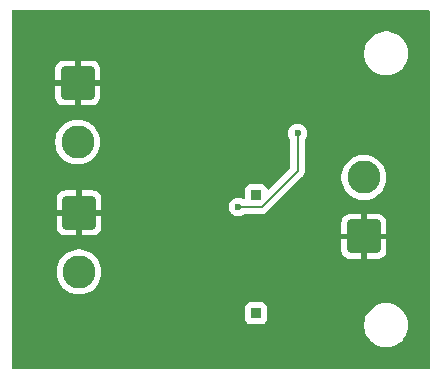
<source format=gbr>
%TF.GenerationSoftware,KiCad,Pcbnew,9.0.6*%
%TF.CreationDate,2026-02-11T21:56:19+01:00*%
%TF.ProjectId,High Side OR ing,48696768-2053-4696-9465-204f5220696e,A*%
%TF.SameCoordinates,Original*%
%TF.FileFunction,Copper,L4,Bot*%
%TF.FilePolarity,Positive*%
%FSLAX46Y46*%
G04 Gerber Fmt 4.6, Leading zero omitted, Abs format (unit mm)*
G04 Created by KiCad (PCBNEW 9.0.6) date 2026-02-11 21:56:19*
%MOMM*%
%LPD*%
G01*
G04 APERTURE LIST*
G04 Aperture macros list*
%AMRoundRect*
0 Rectangle with rounded corners*
0 $1 Rounding radius*
0 $2 $3 $4 $5 $6 $7 $8 $9 X,Y pos of 4 corners*
0 Add a 4 corners polygon primitive as box body*
4,1,4,$2,$3,$4,$5,$6,$7,$8,$9,$2,$3,0*
0 Add four circle primitives for the rounded corners*
1,1,$1+$1,$2,$3*
1,1,$1+$1,$4,$5*
1,1,$1+$1,$6,$7*
1,1,$1+$1,$8,$9*
0 Add four rect primitives between the rounded corners*
20,1,$1+$1,$2,$3,$4,$5,0*
20,1,$1+$1,$4,$5,$6,$7,0*
20,1,$1+$1,$6,$7,$8,$9,0*
20,1,$1+$1,$8,$9,$2,$3,0*%
G04 Aperture macros list end*
%TA.AperFunction,ComponentPad*%
%ADD10R,0.850000X0.850000*%
%TD*%
%TA.AperFunction,ComponentPad*%
%ADD11RoundRect,0.250001X-1.149999X1.149999X-1.149999X-1.149999X1.149999X-1.149999X1.149999X1.149999X0*%
%TD*%
%TA.AperFunction,ComponentPad*%
%ADD12C,2.800000*%
%TD*%
%TA.AperFunction,ComponentPad*%
%ADD13RoundRect,0.250001X1.149999X-1.149999X1.149999X1.149999X-1.149999X1.149999X-1.149999X-1.149999X0*%
%TD*%
%TA.AperFunction,ViaPad*%
%ADD14C,0.800000*%
%TD*%
%TA.AperFunction,ViaPad*%
%ADD15C,0.500000*%
%TD*%
%TA.AperFunction,ViaPad*%
%ADD16C,0.600000*%
%TD*%
%TA.AperFunction,Conductor*%
%ADD17C,0.200000*%
%TD*%
G04 APERTURE END LIST*
D10*
%TO.P,J5,1,Pin_1*%
%TO.N,Net-(J5-Pin_1)*%
X195000000Y-83000000D03*
%TD*%
D11*
%TO.P,J1,1,Pin_1*%
%TO.N,GND*%
X180000000Y-84500000D03*
D12*
%TO.P,J1,2,Pin_2*%
%TO.N,/VIN_1*%
X180000000Y-89500000D03*
%TD*%
D11*
%TO.P,J2,1,Pin_1*%
%TO.N,GND*%
X179882500Y-73500000D03*
D12*
%TO.P,J2,2,Pin_2*%
%TO.N,/VIN_2*%
X179882500Y-78500000D03*
%TD*%
D10*
%TO.P,J4,1,Pin_1*%
%TO.N,Net-(J4-Pin_1)*%
X195000000Y-93000000D03*
%TD*%
D13*
%TO.P,J3,1,Pin_1*%
%TO.N,GND*%
X204117500Y-86500000D03*
D12*
%TO.P,J3,2,Pin_2*%
%TO.N,/VOUT*%
X204117500Y-81500000D03*
%TD*%
D14*
%TO.N,GND*%
X177500000Y-85000000D03*
X177500000Y-86000000D03*
X176500000Y-73000000D03*
X183500000Y-72000000D03*
X205500000Y-90000000D03*
X206500000Y-88000000D03*
X177500000Y-74000000D03*
X176500000Y-84000000D03*
X177500000Y-84000000D03*
X202500000Y-89000000D03*
X204500000Y-90000000D03*
X206500000Y-85000000D03*
X184000000Y-94000000D03*
X183500000Y-75000000D03*
X183500000Y-84000000D03*
X176500000Y-72000000D03*
D15*
X193500000Y-94000000D03*
D14*
X183500000Y-73000000D03*
X182500000Y-72000000D03*
X206500000Y-86000000D03*
X206500000Y-87000000D03*
X203500000Y-89000000D03*
X176500000Y-85000000D03*
X199000000Y-70000000D03*
X183500000Y-83000000D03*
X199000000Y-74000000D03*
X207500000Y-87000000D03*
X176500000Y-83000000D03*
X177500000Y-75000000D03*
X183500000Y-74000000D03*
X176500000Y-75000000D03*
X202500000Y-90000000D03*
X205500000Y-89000000D03*
D16*
X200500000Y-94500000D03*
D15*
X193500000Y-83000000D03*
D14*
X180000000Y-94000000D03*
X176500000Y-86000000D03*
X207500000Y-88000000D03*
X182500000Y-75000000D03*
X183500000Y-85000000D03*
X177500000Y-72000000D03*
X207500000Y-85000000D03*
X177500000Y-73000000D03*
X177500000Y-83000000D03*
X182500000Y-83000000D03*
X203500000Y-90000000D03*
X176500000Y-74000000D03*
X182500000Y-85000000D03*
X178000000Y-94000000D03*
X182500000Y-73000000D03*
X182500000Y-84000000D03*
X186000000Y-94000000D03*
X182500000Y-74000000D03*
X176000000Y-94000000D03*
X183500000Y-86000000D03*
X207500000Y-86000000D03*
X204500000Y-89000000D03*
X182500000Y-86000000D03*
X199000000Y-72000000D03*
X182000000Y-94000000D03*
D16*
X202250000Y-75000000D03*
%TO.N,Net-(U1-VS)*%
X198500000Y-77750000D03*
X193500000Y-84000000D03*
%TD*%
D17*
%TO.N,Net-(U1-VS)*%
X198500000Y-80952000D02*
X198500000Y-77750000D01*
X195452000Y-84000000D02*
X198500000Y-80952000D01*
X193500000Y-84000000D02*
X195452000Y-84000000D01*
%TD*%
%TA.AperFunction,Conductor*%
%TO.N,GND*%
G36*
X209642539Y-67320185D02*
G01*
X209688294Y-67372989D01*
X209699500Y-67424500D01*
X209699500Y-97575500D01*
X209679815Y-97642539D01*
X209627011Y-97688294D01*
X209575500Y-97699500D01*
X174424500Y-97699500D01*
X174357461Y-97679815D01*
X174311706Y-97627011D01*
X174300500Y-97575500D01*
X174300500Y-92527135D01*
X194074500Y-92527135D01*
X194074500Y-93472870D01*
X194074501Y-93472876D01*
X194080908Y-93532483D01*
X194131202Y-93667328D01*
X194131206Y-93667335D01*
X194217452Y-93782544D01*
X194217455Y-93782547D01*
X194332664Y-93868793D01*
X194332671Y-93868797D01*
X194467517Y-93919091D01*
X194467516Y-93919091D01*
X194474444Y-93919835D01*
X194527127Y-93925500D01*
X195472872Y-93925499D01*
X195532483Y-93919091D01*
X195642525Y-93878048D01*
X204139500Y-93878048D01*
X204139500Y-94121951D01*
X204166013Y-94323333D01*
X204171334Y-94363744D01*
X204171335Y-94363746D01*
X204234456Y-94599320D01*
X204234459Y-94599330D01*
X204327786Y-94824640D01*
X204327791Y-94824651D01*
X204449727Y-95035848D01*
X204449738Y-95035864D01*
X204598199Y-95229343D01*
X204598205Y-95229350D01*
X204770649Y-95401794D01*
X204770655Y-95401799D01*
X204964144Y-95550268D01*
X204964151Y-95550272D01*
X205175348Y-95672208D01*
X205175353Y-95672210D01*
X205175356Y-95672212D01*
X205400679Y-95765544D01*
X205636256Y-95828666D01*
X205878056Y-95860500D01*
X205878063Y-95860500D01*
X206121937Y-95860500D01*
X206121944Y-95860500D01*
X206363744Y-95828666D01*
X206599321Y-95765544D01*
X206824644Y-95672212D01*
X207035856Y-95550268D01*
X207229345Y-95401799D01*
X207401799Y-95229345D01*
X207550268Y-95035856D01*
X207672212Y-94824644D01*
X207765544Y-94599321D01*
X207828666Y-94363744D01*
X207860500Y-94121944D01*
X207860500Y-93878056D01*
X207828666Y-93636256D01*
X207765544Y-93400679D01*
X207672212Y-93175356D01*
X207672210Y-93175353D01*
X207672208Y-93175348D01*
X207550272Y-92964151D01*
X207550268Y-92964144D01*
X207401799Y-92770655D01*
X207401794Y-92770649D01*
X207229350Y-92598205D01*
X207229343Y-92598199D01*
X207035864Y-92449738D01*
X207035862Y-92449736D01*
X207035856Y-92449732D01*
X207035851Y-92449729D01*
X207035848Y-92449727D01*
X206824651Y-92327791D01*
X206824640Y-92327786D01*
X206599330Y-92234459D01*
X206599323Y-92234457D01*
X206599321Y-92234456D01*
X206363744Y-92171334D01*
X206323333Y-92166013D01*
X206121951Y-92139500D01*
X206121944Y-92139500D01*
X205878056Y-92139500D01*
X205878048Y-92139500D01*
X205647896Y-92169801D01*
X205636256Y-92171334D01*
X205464132Y-92217454D01*
X205400679Y-92234456D01*
X205400669Y-92234459D01*
X205175359Y-92327786D01*
X205175348Y-92327791D01*
X204964151Y-92449727D01*
X204964135Y-92449738D01*
X204770656Y-92598199D01*
X204770649Y-92598205D01*
X204598205Y-92770649D01*
X204598199Y-92770656D01*
X204449738Y-92964135D01*
X204449727Y-92964151D01*
X204327791Y-93175348D01*
X204327786Y-93175359D01*
X204234459Y-93400669D01*
X204234456Y-93400679D01*
X204171335Y-93636253D01*
X204171333Y-93636264D01*
X204139500Y-93878048D01*
X195642525Y-93878048D01*
X195667331Y-93868796D01*
X195782546Y-93782546D01*
X195868796Y-93667331D01*
X195919091Y-93532483D01*
X195925500Y-93472873D01*
X195925499Y-92527128D01*
X195919091Y-92467517D01*
X195868796Y-92332669D01*
X195868795Y-92332668D01*
X195868793Y-92332664D01*
X195782547Y-92217455D01*
X195782544Y-92217452D01*
X195667335Y-92131206D01*
X195667328Y-92131202D01*
X195532482Y-92080908D01*
X195532483Y-92080908D01*
X195472883Y-92074501D01*
X195472881Y-92074500D01*
X195472873Y-92074500D01*
X195472864Y-92074500D01*
X194527129Y-92074500D01*
X194527123Y-92074501D01*
X194467516Y-92080908D01*
X194332671Y-92131202D01*
X194332664Y-92131206D01*
X194217455Y-92217452D01*
X194217452Y-92217455D01*
X194131206Y-92332664D01*
X194131202Y-92332671D01*
X194080908Y-92467517D01*
X194074501Y-92527116D01*
X194074501Y-92527123D01*
X194074500Y-92527135D01*
X174300500Y-92527135D01*
X174300500Y-89375441D01*
X178099500Y-89375441D01*
X178099500Y-89624558D01*
X178099501Y-89624575D01*
X178132017Y-89871561D01*
X178196498Y-90112207D01*
X178291830Y-90342361D01*
X178291837Y-90342376D01*
X178416400Y-90558126D01*
X178568060Y-90755774D01*
X178568066Y-90755781D01*
X178744218Y-90931933D01*
X178744225Y-90931939D01*
X178941873Y-91083599D01*
X179157623Y-91208162D01*
X179157638Y-91208169D01*
X179256825Y-91249253D01*
X179387793Y-91303502D01*
X179628435Y-91367982D01*
X179875435Y-91400500D01*
X179875442Y-91400500D01*
X180124558Y-91400500D01*
X180124565Y-91400500D01*
X180371565Y-91367982D01*
X180612207Y-91303502D01*
X180842373Y-91208164D01*
X181058127Y-91083599D01*
X181255776Y-90931938D01*
X181431938Y-90755776D01*
X181583599Y-90558127D01*
X181708164Y-90342373D01*
X181803502Y-90112207D01*
X181867982Y-89871565D01*
X181900500Y-89624565D01*
X181900500Y-89375435D01*
X181867982Y-89128435D01*
X181803502Y-88887793D01*
X181708164Y-88657627D01*
X181583599Y-88441873D01*
X181551468Y-88399999D01*
X181431939Y-88244225D01*
X181431933Y-88244218D01*
X181255781Y-88068066D01*
X181255774Y-88068060D01*
X181058126Y-87916400D01*
X180842376Y-87791837D01*
X180842361Y-87791830D01*
X180612207Y-87696498D01*
X180371561Y-87632017D01*
X180124575Y-87599501D01*
X180124570Y-87599500D01*
X180124565Y-87599500D01*
X179875435Y-87599500D01*
X179875429Y-87599500D01*
X179875424Y-87599501D01*
X179628438Y-87632017D01*
X179387792Y-87696498D01*
X179157638Y-87791830D01*
X179157623Y-87791837D01*
X178941873Y-87916400D01*
X178744225Y-88068060D01*
X178744218Y-88068066D01*
X178568066Y-88244218D01*
X178568060Y-88244225D01*
X178416400Y-88441873D01*
X178291837Y-88657623D01*
X178291830Y-88657638D01*
X178196498Y-88887792D01*
X178132017Y-89128438D01*
X178099501Y-89375424D01*
X178099500Y-89375441D01*
X174300500Y-89375441D01*
X174300500Y-83300014D01*
X178100000Y-83300014D01*
X178100000Y-84250000D01*
X179345879Y-84250000D01*
X179326901Y-84295818D01*
X179300000Y-84431056D01*
X179300000Y-84568944D01*
X179326901Y-84704182D01*
X179345879Y-84750000D01*
X178100000Y-84750000D01*
X178100000Y-85699985D01*
X178110493Y-85802689D01*
X178110494Y-85802696D01*
X178165641Y-85969118D01*
X178165643Y-85969123D01*
X178257684Y-86118344D01*
X178381655Y-86242315D01*
X178530876Y-86334356D01*
X178530881Y-86334358D01*
X178697303Y-86389505D01*
X178697310Y-86389506D01*
X178800014Y-86399999D01*
X178800027Y-86400000D01*
X179750000Y-86400000D01*
X179750000Y-85154120D01*
X179795818Y-85173099D01*
X179931056Y-85200000D01*
X180068944Y-85200000D01*
X180204182Y-85173099D01*
X180250000Y-85154120D01*
X180250000Y-86400000D01*
X181199973Y-86400000D01*
X181199985Y-86399999D01*
X181302689Y-86389506D01*
X181302696Y-86389505D01*
X181469118Y-86334358D01*
X181469123Y-86334356D01*
X181618344Y-86242315D01*
X181742315Y-86118344D01*
X181834356Y-85969123D01*
X181834358Y-85969118D01*
X181889505Y-85802696D01*
X181889506Y-85802689D01*
X181899999Y-85699985D01*
X181900000Y-85699972D01*
X181900000Y-85300014D01*
X202217500Y-85300014D01*
X202217500Y-86250000D01*
X203463379Y-86250000D01*
X203444401Y-86295818D01*
X203417500Y-86431056D01*
X203417500Y-86568944D01*
X203444401Y-86704182D01*
X203463379Y-86750000D01*
X202217500Y-86750000D01*
X202217500Y-87699985D01*
X202227993Y-87802689D01*
X202227994Y-87802696D01*
X202283141Y-87969118D01*
X202283143Y-87969123D01*
X202375184Y-88118344D01*
X202499155Y-88242315D01*
X202648376Y-88334356D01*
X202648381Y-88334358D01*
X202814803Y-88389505D01*
X202814810Y-88389506D01*
X202917514Y-88399999D01*
X202917527Y-88400000D01*
X203867500Y-88400000D01*
X203867500Y-87154120D01*
X203913318Y-87173099D01*
X204048556Y-87200000D01*
X204186444Y-87200000D01*
X204321682Y-87173099D01*
X204367500Y-87154120D01*
X204367500Y-88400000D01*
X205317473Y-88400000D01*
X205317485Y-88399999D01*
X205420189Y-88389506D01*
X205420196Y-88389505D01*
X205586618Y-88334358D01*
X205586623Y-88334356D01*
X205735844Y-88242315D01*
X205859815Y-88118344D01*
X205951856Y-87969123D01*
X205951858Y-87969118D01*
X206007005Y-87802696D01*
X206007006Y-87802689D01*
X206017499Y-87699985D01*
X206017500Y-87699972D01*
X206017500Y-86750000D01*
X204771621Y-86750000D01*
X204790599Y-86704182D01*
X204817500Y-86568944D01*
X204817500Y-86431056D01*
X204790599Y-86295818D01*
X204771621Y-86250000D01*
X206017500Y-86250000D01*
X206017500Y-85300027D01*
X206017499Y-85300014D01*
X206007006Y-85197310D01*
X206007005Y-85197303D01*
X205951858Y-85030881D01*
X205951856Y-85030876D01*
X205859815Y-84881655D01*
X205735844Y-84757684D01*
X205586623Y-84665643D01*
X205586618Y-84665641D01*
X205420196Y-84610494D01*
X205420189Y-84610493D01*
X205317485Y-84600000D01*
X204367500Y-84600000D01*
X204367500Y-85845879D01*
X204321682Y-85826901D01*
X204186444Y-85800000D01*
X204048556Y-85800000D01*
X203913318Y-85826901D01*
X203867500Y-85845879D01*
X203867500Y-84600000D01*
X202917514Y-84600000D01*
X202814810Y-84610493D01*
X202814803Y-84610494D01*
X202648381Y-84665641D01*
X202648376Y-84665643D01*
X202499155Y-84757684D01*
X202375184Y-84881655D01*
X202283143Y-85030876D01*
X202283141Y-85030881D01*
X202227994Y-85197303D01*
X202227993Y-85197310D01*
X202217500Y-85300014D01*
X181900000Y-85300014D01*
X181900000Y-84750000D01*
X180654121Y-84750000D01*
X180673099Y-84704182D01*
X180700000Y-84568944D01*
X180700000Y-84431056D01*
X180673099Y-84295818D01*
X180654121Y-84250000D01*
X181900000Y-84250000D01*
X181900000Y-83921153D01*
X192699500Y-83921153D01*
X192699500Y-84078846D01*
X192730261Y-84233489D01*
X192730264Y-84233501D01*
X192790602Y-84379172D01*
X192790609Y-84379185D01*
X192878210Y-84510288D01*
X192878213Y-84510292D01*
X192989707Y-84621786D01*
X192989711Y-84621789D01*
X193120814Y-84709390D01*
X193120827Y-84709397D01*
X193218853Y-84750000D01*
X193266503Y-84769737D01*
X193421153Y-84800499D01*
X193421156Y-84800500D01*
X193421158Y-84800500D01*
X193578844Y-84800500D01*
X193578845Y-84800499D01*
X193733497Y-84769737D01*
X193879179Y-84709394D01*
X193944660Y-84665641D01*
X194010875Y-84621398D01*
X194077553Y-84600520D01*
X194079766Y-84600500D01*
X195365331Y-84600500D01*
X195365347Y-84600501D01*
X195372943Y-84600501D01*
X195531054Y-84600501D01*
X195531057Y-84600501D01*
X195683785Y-84559577D01*
X195733904Y-84530639D01*
X195820716Y-84480520D01*
X195932520Y-84368716D01*
X195932520Y-84368714D01*
X195942728Y-84358507D01*
X195942730Y-84358504D01*
X198868713Y-81432521D01*
X198868716Y-81432520D01*
X198925795Y-81375441D01*
X202217000Y-81375441D01*
X202217000Y-81624558D01*
X202217001Y-81624575D01*
X202249517Y-81871561D01*
X202313998Y-82112207D01*
X202409330Y-82342361D01*
X202409337Y-82342376D01*
X202533900Y-82558126D01*
X202685560Y-82755774D01*
X202685566Y-82755781D01*
X202861718Y-82931933D01*
X202861725Y-82931939D01*
X203059373Y-83083599D01*
X203275123Y-83208162D01*
X203275138Y-83208169D01*
X203328481Y-83230264D01*
X203505293Y-83303502D01*
X203745935Y-83367982D01*
X203992935Y-83400500D01*
X203992942Y-83400500D01*
X204242058Y-83400500D01*
X204242065Y-83400500D01*
X204489065Y-83367982D01*
X204729707Y-83303502D01*
X204959873Y-83208164D01*
X205175627Y-83083599D01*
X205373276Y-82931938D01*
X205549438Y-82755776D01*
X205701099Y-82558127D01*
X205825664Y-82342373D01*
X205921002Y-82112207D01*
X205985482Y-81871565D01*
X206018000Y-81624565D01*
X206018000Y-81375435D01*
X205985482Y-81128435D01*
X205921002Y-80887793D01*
X205825664Y-80657627D01*
X205701099Y-80441873D01*
X205549439Y-80244225D01*
X205549433Y-80244218D01*
X205373281Y-80068066D01*
X205373274Y-80068060D01*
X205175626Y-79916400D01*
X204959876Y-79791837D01*
X204959861Y-79791830D01*
X204729707Y-79696498D01*
X204489061Y-79632017D01*
X204242075Y-79599501D01*
X204242070Y-79599500D01*
X204242065Y-79599500D01*
X203992935Y-79599500D01*
X203992929Y-79599500D01*
X203992924Y-79599501D01*
X203745938Y-79632017D01*
X203505292Y-79696498D01*
X203275138Y-79791830D01*
X203275123Y-79791837D01*
X203059373Y-79916400D01*
X202861725Y-80068060D01*
X202861718Y-80068066D01*
X202685566Y-80244218D01*
X202685560Y-80244225D01*
X202533900Y-80441873D01*
X202409337Y-80657623D01*
X202409330Y-80657638D01*
X202313998Y-80887792D01*
X202249517Y-81128438D01*
X202217001Y-81375424D01*
X202217000Y-81375441D01*
X198925795Y-81375441D01*
X198980520Y-81320716D01*
X199030639Y-81233904D01*
X199059577Y-81183785D01*
X199100501Y-81031057D01*
X199100501Y-80872943D01*
X199100501Y-80865348D01*
X199100500Y-80865330D01*
X199100500Y-78329765D01*
X199120185Y-78262726D01*
X199121398Y-78260874D01*
X199209390Y-78129185D01*
X199209390Y-78129184D01*
X199209394Y-78129179D01*
X199269737Y-77983497D01*
X199300500Y-77828842D01*
X199300500Y-77671158D01*
X199300500Y-77671155D01*
X199300499Y-77671153D01*
X199269738Y-77516510D01*
X199269737Y-77516503D01*
X199269735Y-77516498D01*
X199209397Y-77370827D01*
X199209390Y-77370814D01*
X199121789Y-77239711D01*
X199121786Y-77239707D01*
X199010292Y-77128213D01*
X199010288Y-77128210D01*
X198879185Y-77040609D01*
X198879172Y-77040602D01*
X198733501Y-76980264D01*
X198733489Y-76980261D01*
X198578845Y-76949500D01*
X198578842Y-76949500D01*
X198421158Y-76949500D01*
X198421155Y-76949500D01*
X198266510Y-76980261D01*
X198266498Y-76980264D01*
X198120827Y-77040602D01*
X198120814Y-77040609D01*
X197989711Y-77128210D01*
X197989707Y-77128213D01*
X197878213Y-77239707D01*
X197878210Y-77239711D01*
X197790609Y-77370814D01*
X197790602Y-77370827D01*
X197730264Y-77516498D01*
X197730261Y-77516510D01*
X197699500Y-77671153D01*
X197699500Y-77828846D01*
X197730261Y-77983489D01*
X197730264Y-77983501D01*
X197790602Y-78129172D01*
X197790609Y-78129185D01*
X197878602Y-78260874D01*
X197899480Y-78327551D01*
X197899500Y-78329765D01*
X197899500Y-80651902D01*
X197879815Y-80718941D01*
X197863181Y-80739583D01*
X196114246Y-82488517D01*
X196052923Y-82522002D01*
X195983231Y-82517018D01*
X195927298Y-82475146D01*
X195910383Y-82444169D01*
X195868797Y-82332671D01*
X195868793Y-82332664D01*
X195782547Y-82217455D01*
X195782544Y-82217452D01*
X195667335Y-82131206D01*
X195667328Y-82131202D01*
X195532482Y-82080908D01*
X195532483Y-82080908D01*
X195472883Y-82074501D01*
X195472881Y-82074500D01*
X195472873Y-82074500D01*
X195472864Y-82074500D01*
X194527129Y-82074500D01*
X194527123Y-82074501D01*
X194467516Y-82080908D01*
X194332671Y-82131202D01*
X194332664Y-82131206D01*
X194217455Y-82217452D01*
X194217452Y-82217455D01*
X194131206Y-82332664D01*
X194131202Y-82332671D01*
X194080908Y-82467517D01*
X194074501Y-82527116D01*
X194074500Y-82527135D01*
X194074500Y-83189127D01*
X194054815Y-83256166D01*
X194002011Y-83301921D01*
X193932853Y-83311865D01*
X193884607Y-83293378D01*
X193884554Y-83293479D01*
X193883750Y-83293049D01*
X193881609Y-83292229D01*
X193879185Y-83290609D01*
X193879172Y-83290602D01*
X193733501Y-83230264D01*
X193733489Y-83230261D01*
X193578845Y-83199500D01*
X193578842Y-83199500D01*
X193421158Y-83199500D01*
X193421155Y-83199500D01*
X193266510Y-83230261D01*
X193266498Y-83230264D01*
X193120827Y-83290602D01*
X193120814Y-83290609D01*
X192989711Y-83378210D01*
X192989707Y-83378213D01*
X192878213Y-83489707D01*
X192878210Y-83489711D01*
X192790609Y-83620814D01*
X192790602Y-83620827D01*
X192730264Y-83766498D01*
X192730261Y-83766510D01*
X192699500Y-83921153D01*
X181900000Y-83921153D01*
X181900000Y-83300027D01*
X181899999Y-83300014D01*
X181889506Y-83197310D01*
X181889505Y-83197303D01*
X181834358Y-83030881D01*
X181834356Y-83030876D01*
X181742315Y-82881655D01*
X181618344Y-82757684D01*
X181469123Y-82665643D01*
X181469118Y-82665641D01*
X181302696Y-82610494D01*
X181302689Y-82610493D01*
X181199985Y-82600000D01*
X180250000Y-82600000D01*
X180250000Y-83845879D01*
X180204182Y-83826901D01*
X180068944Y-83800000D01*
X179931056Y-83800000D01*
X179795818Y-83826901D01*
X179750000Y-83845879D01*
X179750000Y-82600000D01*
X178800014Y-82600000D01*
X178697310Y-82610493D01*
X178697303Y-82610494D01*
X178530881Y-82665641D01*
X178530876Y-82665643D01*
X178381655Y-82757684D01*
X178257684Y-82881655D01*
X178165643Y-83030876D01*
X178165641Y-83030881D01*
X178110494Y-83197303D01*
X178110493Y-83197310D01*
X178100000Y-83300014D01*
X174300500Y-83300014D01*
X174300500Y-78375441D01*
X177982000Y-78375441D01*
X177982000Y-78624558D01*
X177982001Y-78624575D01*
X178014517Y-78871561D01*
X178078998Y-79112207D01*
X178174330Y-79342361D01*
X178174337Y-79342376D01*
X178298900Y-79558126D01*
X178450560Y-79755774D01*
X178450566Y-79755781D01*
X178626718Y-79931933D01*
X178626725Y-79931939D01*
X178824373Y-80083599D01*
X179040123Y-80208162D01*
X179040138Y-80208169D01*
X179127169Y-80244218D01*
X179270293Y-80303502D01*
X179510935Y-80367982D01*
X179757935Y-80400500D01*
X179757942Y-80400500D01*
X180007058Y-80400500D01*
X180007065Y-80400500D01*
X180254065Y-80367982D01*
X180494707Y-80303502D01*
X180724873Y-80208164D01*
X180940627Y-80083599D01*
X181138276Y-79931938D01*
X181314438Y-79755776D01*
X181466099Y-79558127D01*
X181590664Y-79342373D01*
X181686002Y-79112207D01*
X181750482Y-78871565D01*
X181783000Y-78624565D01*
X181783000Y-78375435D01*
X181750482Y-78128435D01*
X181686002Y-77887793D01*
X181596269Y-77671158D01*
X181590669Y-77657638D01*
X181590662Y-77657623D01*
X181466099Y-77441873D01*
X181314439Y-77244225D01*
X181314433Y-77244218D01*
X181138281Y-77068066D01*
X181138274Y-77068060D01*
X180940626Y-76916400D01*
X180724876Y-76791837D01*
X180724861Y-76791830D01*
X180494707Y-76696498D01*
X180254061Y-76632017D01*
X180007075Y-76599501D01*
X180007070Y-76599500D01*
X180007065Y-76599500D01*
X179757935Y-76599500D01*
X179757929Y-76599500D01*
X179757924Y-76599501D01*
X179510938Y-76632017D01*
X179270292Y-76696498D01*
X179040138Y-76791830D01*
X179040123Y-76791837D01*
X178824373Y-76916400D01*
X178626725Y-77068060D01*
X178626718Y-77068066D01*
X178450566Y-77244218D01*
X178450560Y-77244225D01*
X178298900Y-77441873D01*
X178174337Y-77657623D01*
X178174330Y-77657638D01*
X178078998Y-77887792D01*
X178014517Y-78128438D01*
X177982001Y-78375424D01*
X177982000Y-78375441D01*
X174300500Y-78375441D01*
X174300500Y-72300014D01*
X177982500Y-72300014D01*
X177982500Y-73250000D01*
X179228379Y-73250000D01*
X179209401Y-73295818D01*
X179182500Y-73431056D01*
X179182500Y-73568944D01*
X179209401Y-73704182D01*
X179228379Y-73750000D01*
X177982500Y-73750000D01*
X177982500Y-74699985D01*
X177992993Y-74802689D01*
X177992994Y-74802696D01*
X178048141Y-74969118D01*
X178048143Y-74969123D01*
X178140184Y-75118344D01*
X178264155Y-75242315D01*
X178413376Y-75334356D01*
X178413381Y-75334358D01*
X178579803Y-75389505D01*
X178579810Y-75389506D01*
X178682514Y-75399999D01*
X178682527Y-75400000D01*
X179632500Y-75400000D01*
X179632500Y-74154120D01*
X179678318Y-74173099D01*
X179813556Y-74200000D01*
X179951444Y-74200000D01*
X180086682Y-74173099D01*
X180132500Y-74154120D01*
X180132500Y-75400000D01*
X181082473Y-75400000D01*
X181082485Y-75399999D01*
X181185189Y-75389506D01*
X181185196Y-75389505D01*
X181351618Y-75334358D01*
X181351623Y-75334356D01*
X181500844Y-75242315D01*
X181624815Y-75118344D01*
X181716856Y-74969123D01*
X181716858Y-74969118D01*
X181772005Y-74802696D01*
X181772006Y-74802689D01*
X181782499Y-74699985D01*
X181782500Y-74699972D01*
X181782500Y-73750000D01*
X180536621Y-73750000D01*
X180555599Y-73704182D01*
X180582500Y-73568944D01*
X180582500Y-73431056D01*
X180555599Y-73295818D01*
X180536621Y-73250000D01*
X181782500Y-73250000D01*
X181782500Y-72300027D01*
X181782499Y-72300014D01*
X181772006Y-72197310D01*
X181772005Y-72197303D01*
X181716858Y-72030881D01*
X181716856Y-72030876D01*
X181624815Y-71881655D01*
X181500844Y-71757684D01*
X181351623Y-71665643D01*
X181351618Y-71665641D01*
X181185196Y-71610494D01*
X181185189Y-71610493D01*
X181082485Y-71600000D01*
X180132500Y-71600000D01*
X180132500Y-72845879D01*
X180086682Y-72826901D01*
X179951444Y-72800000D01*
X179813556Y-72800000D01*
X179678318Y-72826901D01*
X179632500Y-72845879D01*
X179632500Y-71600000D01*
X178682514Y-71600000D01*
X178579810Y-71610493D01*
X178579803Y-71610494D01*
X178413381Y-71665641D01*
X178413376Y-71665643D01*
X178264155Y-71757684D01*
X178140184Y-71881655D01*
X178048143Y-72030876D01*
X178048141Y-72030881D01*
X177992994Y-72197303D01*
X177992993Y-72197310D01*
X177982500Y-72300014D01*
X174300500Y-72300014D01*
X174300500Y-70878048D01*
X204139500Y-70878048D01*
X204139500Y-71121951D01*
X204166013Y-71323333D01*
X204171334Y-71363744D01*
X204171335Y-71363746D01*
X204234456Y-71599320D01*
X204234459Y-71599330D01*
X204327786Y-71824640D01*
X204327791Y-71824651D01*
X204449727Y-72035848D01*
X204449738Y-72035864D01*
X204598199Y-72229343D01*
X204598205Y-72229350D01*
X204770649Y-72401794D01*
X204770655Y-72401799D01*
X204964144Y-72550268D01*
X204964151Y-72550272D01*
X205175348Y-72672208D01*
X205175353Y-72672210D01*
X205175356Y-72672212D01*
X205400679Y-72765544D01*
X205636256Y-72828666D01*
X205878056Y-72860500D01*
X205878063Y-72860500D01*
X206121937Y-72860500D01*
X206121944Y-72860500D01*
X206363744Y-72828666D01*
X206599321Y-72765544D01*
X206824644Y-72672212D01*
X207035856Y-72550268D01*
X207229345Y-72401799D01*
X207401799Y-72229345D01*
X207550268Y-72035856D01*
X207672212Y-71824644D01*
X207765544Y-71599321D01*
X207828666Y-71363744D01*
X207860500Y-71121944D01*
X207860500Y-70878056D01*
X207828666Y-70636256D01*
X207765544Y-70400679D01*
X207672212Y-70175356D01*
X207672210Y-70175353D01*
X207672208Y-70175348D01*
X207550272Y-69964151D01*
X207550268Y-69964144D01*
X207401799Y-69770655D01*
X207401794Y-69770649D01*
X207229350Y-69598205D01*
X207229343Y-69598199D01*
X207035864Y-69449738D01*
X207035862Y-69449736D01*
X207035856Y-69449732D01*
X207035851Y-69449729D01*
X207035848Y-69449727D01*
X206824651Y-69327791D01*
X206824640Y-69327786D01*
X206599330Y-69234459D01*
X206599323Y-69234457D01*
X206599321Y-69234456D01*
X206363744Y-69171334D01*
X206323333Y-69166013D01*
X206121951Y-69139500D01*
X206121944Y-69139500D01*
X205878056Y-69139500D01*
X205878048Y-69139500D01*
X205647896Y-69169801D01*
X205636256Y-69171334D01*
X205400679Y-69234456D01*
X205400669Y-69234459D01*
X205175359Y-69327786D01*
X205175348Y-69327791D01*
X204964151Y-69449727D01*
X204964135Y-69449738D01*
X204770656Y-69598199D01*
X204770649Y-69598205D01*
X204598205Y-69770649D01*
X204598199Y-69770656D01*
X204449738Y-69964135D01*
X204449727Y-69964151D01*
X204327791Y-70175348D01*
X204327786Y-70175359D01*
X204234459Y-70400669D01*
X204234456Y-70400679D01*
X204171335Y-70636253D01*
X204171333Y-70636264D01*
X204139500Y-70878048D01*
X174300500Y-70878048D01*
X174300500Y-67424500D01*
X174320185Y-67357461D01*
X174372989Y-67311706D01*
X174424500Y-67300500D01*
X209575500Y-67300500D01*
X209642539Y-67320185D01*
G37*
%TD.AperFunction*%
%TD*%
M02*

</source>
